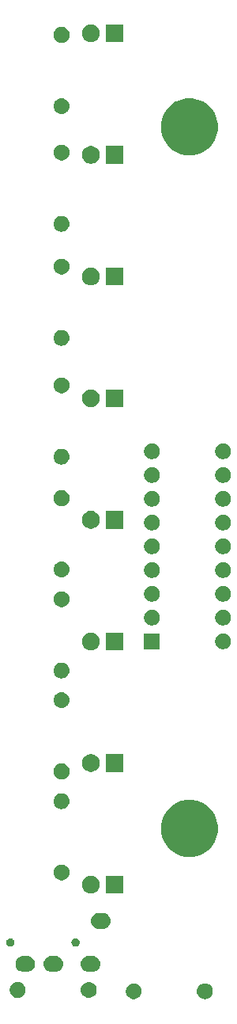
<source format=gbs>
G04 #@! TF.GenerationSoftware,KiCad,Pcbnew,5.1.3-ffb9f22~84~ubuntu16.04.1*
G04 #@! TF.CreationDate,2019-07-25T12:18:42-04:00*
G04 #@! TF.ProjectId,lightbox_pcb,6c696768-7462-46f7-985f-7063622e6b69,rev?*
G04 #@! TF.SameCoordinates,Original*
G04 #@! TF.FileFunction,Soldermask,Bot*
G04 #@! TF.FilePolarity,Negative*
%FSLAX46Y46*%
G04 Gerber Fmt 4.6, Leading zero omitted, Abs format (unit mm)*
G04 Created by KiCad (PCBNEW 5.1.3-ffb9f22~84~ubuntu16.04.1) date 2019-07-25 12:18:42*
%MOMM*%
%LPD*%
G04 APERTURE LIST*
%ADD10C,0.100000*%
G04 APERTURE END LIST*
D10*
G36*
X161837823Y-151561313D02*
G01*
X161998242Y-151609976D01*
X162065361Y-151645852D01*
X162146078Y-151688996D01*
X162275659Y-151795341D01*
X162382004Y-151924922D01*
X162382005Y-151924924D01*
X162461024Y-152072758D01*
X162509687Y-152233177D01*
X162526117Y-152400000D01*
X162509687Y-152566823D01*
X162461024Y-152727242D01*
X162420477Y-152803100D01*
X162382004Y-152875078D01*
X162275659Y-153004659D01*
X162146078Y-153111004D01*
X162146076Y-153111005D01*
X161998242Y-153190024D01*
X161837823Y-153238687D01*
X161712804Y-153251000D01*
X161629196Y-153251000D01*
X161504177Y-153238687D01*
X161343758Y-153190024D01*
X161195924Y-153111005D01*
X161195922Y-153111004D01*
X161066341Y-153004659D01*
X160959996Y-152875078D01*
X160921523Y-152803100D01*
X160880976Y-152727242D01*
X160832313Y-152566823D01*
X160815883Y-152400000D01*
X160832313Y-152233177D01*
X160880976Y-152072758D01*
X160959995Y-151924924D01*
X160959996Y-151924922D01*
X161066341Y-151795341D01*
X161195922Y-151688996D01*
X161276639Y-151645852D01*
X161343758Y-151609976D01*
X161504177Y-151561313D01*
X161629196Y-151549000D01*
X161712804Y-151549000D01*
X161837823Y-151561313D01*
X161837823Y-151561313D01*
G37*
G36*
X154299228Y-151581703D02*
G01*
X154454100Y-151645853D01*
X154593481Y-151738985D01*
X154712015Y-151857519D01*
X154805147Y-151996900D01*
X154869297Y-152151772D01*
X154902000Y-152316184D01*
X154902000Y-152483816D01*
X154869297Y-152648228D01*
X154805147Y-152803100D01*
X154712015Y-152942481D01*
X154593481Y-153061015D01*
X154454100Y-153154147D01*
X154299228Y-153218297D01*
X154134816Y-153251000D01*
X153967184Y-153251000D01*
X153802772Y-153218297D01*
X153647900Y-153154147D01*
X153508519Y-153061015D01*
X153389985Y-152942481D01*
X153296853Y-152803100D01*
X153232703Y-152648228D01*
X153200000Y-152483816D01*
X153200000Y-152316184D01*
X153232703Y-152151772D01*
X153296853Y-151996900D01*
X153389985Y-151857519D01*
X153508519Y-151738985D01*
X153647900Y-151645853D01*
X153802772Y-151581703D01*
X153967184Y-151549000D01*
X154134816Y-151549000D01*
X154299228Y-151581703D01*
X154299228Y-151581703D01*
G37*
G36*
X149391823Y-151434313D02*
G01*
X149552242Y-151482976D01*
X149619361Y-151518852D01*
X149700078Y-151561996D01*
X149829659Y-151668341D01*
X149936004Y-151797922D01*
X149936005Y-151797924D01*
X150015024Y-151945758D01*
X150063687Y-152106177D01*
X150080117Y-152273000D01*
X150063687Y-152439823D01*
X150015024Y-152600242D01*
X149974477Y-152676100D01*
X149936004Y-152748078D01*
X149829659Y-152877659D01*
X149700078Y-152984004D01*
X149700076Y-152984005D01*
X149552242Y-153063024D01*
X149391823Y-153111687D01*
X149266804Y-153124000D01*
X149183196Y-153124000D01*
X149058177Y-153111687D01*
X148897758Y-153063024D01*
X148749924Y-152984005D01*
X148749922Y-152984004D01*
X148620341Y-152877659D01*
X148513996Y-152748078D01*
X148475523Y-152676100D01*
X148434976Y-152600242D01*
X148386313Y-152439823D01*
X148369883Y-152273000D01*
X148386313Y-152106177D01*
X148434976Y-151945758D01*
X148513995Y-151797924D01*
X148513996Y-151797922D01*
X148620341Y-151668341D01*
X148749922Y-151561996D01*
X148830639Y-151518852D01*
X148897758Y-151482976D01*
X149058177Y-151434313D01*
X149183196Y-151422000D01*
X149266804Y-151422000D01*
X149391823Y-151434313D01*
X149391823Y-151434313D01*
G37*
G36*
X141853228Y-151454703D02*
G01*
X142008100Y-151518853D01*
X142147481Y-151611985D01*
X142266015Y-151730519D01*
X142359147Y-151869900D01*
X142423297Y-152024772D01*
X142456000Y-152189184D01*
X142456000Y-152356816D01*
X142423297Y-152521228D01*
X142359147Y-152676100D01*
X142266015Y-152815481D01*
X142147481Y-152934015D01*
X142008100Y-153027147D01*
X141853228Y-153091297D01*
X141688816Y-153124000D01*
X141521184Y-153124000D01*
X141356772Y-153091297D01*
X141201900Y-153027147D01*
X141062519Y-152934015D01*
X140943985Y-152815481D01*
X140850853Y-152676100D01*
X140786703Y-152521228D01*
X140754000Y-152356816D01*
X140754000Y-152189184D01*
X140786703Y-152024772D01*
X140850853Y-151869900D01*
X140943985Y-151730519D01*
X141062519Y-151611985D01*
X141201900Y-151518853D01*
X141356772Y-151454703D01*
X141521184Y-151422000D01*
X141688816Y-151422000D01*
X141853228Y-151454703D01*
X141853228Y-151454703D01*
G37*
G36*
X149783823Y-148646313D02*
G01*
X149944242Y-148694976D01*
X150076906Y-148765886D01*
X150092078Y-148773996D01*
X150221659Y-148880341D01*
X150328004Y-149009922D01*
X150328005Y-149009924D01*
X150407024Y-149157758D01*
X150455687Y-149318177D01*
X150472117Y-149485000D01*
X150455687Y-149651823D01*
X150407024Y-149812242D01*
X150336114Y-149944906D01*
X150328004Y-149960078D01*
X150221659Y-150089659D01*
X150092078Y-150196004D01*
X150092076Y-150196005D01*
X149944242Y-150275024D01*
X149783823Y-150323687D01*
X149658804Y-150336000D01*
X149175196Y-150336000D01*
X149050177Y-150323687D01*
X148889758Y-150275024D01*
X148741924Y-150196005D01*
X148741922Y-150196004D01*
X148612341Y-150089659D01*
X148505996Y-149960078D01*
X148497886Y-149944906D01*
X148426976Y-149812242D01*
X148378313Y-149651823D01*
X148361883Y-149485000D01*
X148378313Y-149318177D01*
X148426976Y-149157758D01*
X148505995Y-149009924D01*
X148505996Y-149009922D01*
X148612341Y-148880341D01*
X148741922Y-148773996D01*
X148757094Y-148765886D01*
X148889758Y-148694976D01*
X149050177Y-148646313D01*
X149175196Y-148634000D01*
X149658804Y-148634000D01*
X149783823Y-148646313D01*
X149783823Y-148646313D01*
G37*
G36*
X145783823Y-148646313D02*
G01*
X145944242Y-148694976D01*
X146076906Y-148765886D01*
X146092078Y-148773996D01*
X146221659Y-148880341D01*
X146328004Y-149009922D01*
X146328005Y-149009924D01*
X146407024Y-149157758D01*
X146455687Y-149318177D01*
X146472117Y-149485000D01*
X146455687Y-149651823D01*
X146407024Y-149812242D01*
X146336114Y-149944906D01*
X146328004Y-149960078D01*
X146221659Y-150089659D01*
X146092078Y-150196004D01*
X146092076Y-150196005D01*
X145944242Y-150275024D01*
X145783823Y-150323687D01*
X145658804Y-150336000D01*
X145175196Y-150336000D01*
X145050177Y-150323687D01*
X144889758Y-150275024D01*
X144741924Y-150196005D01*
X144741922Y-150196004D01*
X144612341Y-150089659D01*
X144505996Y-149960078D01*
X144497886Y-149944906D01*
X144426976Y-149812242D01*
X144378313Y-149651823D01*
X144361883Y-149485000D01*
X144378313Y-149318177D01*
X144426976Y-149157758D01*
X144505995Y-149009924D01*
X144505996Y-149009922D01*
X144612341Y-148880341D01*
X144741922Y-148773996D01*
X144757094Y-148765886D01*
X144889758Y-148694976D01*
X145050177Y-148646313D01*
X145175196Y-148634000D01*
X145658804Y-148634000D01*
X145783823Y-148646313D01*
X145783823Y-148646313D01*
G37*
G36*
X142783823Y-148646313D02*
G01*
X142944242Y-148694976D01*
X143076906Y-148765886D01*
X143092078Y-148773996D01*
X143221659Y-148880341D01*
X143328004Y-149009922D01*
X143328005Y-149009924D01*
X143407024Y-149157758D01*
X143455687Y-149318177D01*
X143472117Y-149485000D01*
X143455687Y-149651823D01*
X143407024Y-149812242D01*
X143336114Y-149944906D01*
X143328004Y-149960078D01*
X143221659Y-150089659D01*
X143092078Y-150196004D01*
X143092076Y-150196005D01*
X142944242Y-150275024D01*
X142783823Y-150323687D01*
X142658804Y-150336000D01*
X142175196Y-150336000D01*
X142050177Y-150323687D01*
X141889758Y-150275024D01*
X141741924Y-150196005D01*
X141741922Y-150196004D01*
X141612341Y-150089659D01*
X141505996Y-149960078D01*
X141497886Y-149944906D01*
X141426976Y-149812242D01*
X141378313Y-149651823D01*
X141361883Y-149485000D01*
X141378313Y-149318177D01*
X141426976Y-149157758D01*
X141505995Y-149009924D01*
X141505996Y-149009922D01*
X141612341Y-148880341D01*
X141741922Y-148773996D01*
X141757094Y-148765886D01*
X141889758Y-148694976D01*
X142050177Y-148646313D01*
X142175196Y-148634000D01*
X142658804Y-148634000D01*
X142783823Y-148646313D01*
X142783823Y-148646313D01*
G37*
G36*
X147948552Y-146751331D02*
G01*
X148030627Y-146785328D01*
X148030629Y-146785329D01*
X148067813Y-146810175D01*
X148104495Y-146834685D01*
X148167315Y-146897505D01*
X148216672Y-146971373D01*
X148250669Y-147053448D01*
X148268000Y-147140579D01*
X148268000Y-147229421D01*
X148250669Y-147316552D01*
X148216672Y-147398627D01*
X148216671Y-147398629D01*
X148167314Y-147472496D01*
X148104496Y-147535314D01*
X148030629Y-147584671D01*
X148030628Y-147584672D01*
X148030627Y-147584672D01*
X147948552Y-147618669D01*
X147861421Y-147636000D01*
X147772579Y-147636000D01*
X147685448Y-147618669D01*
X147603373Y-147584672D01*
X147603372Y-147584672D01*
X147603371Y-147584671D01*
X147529504Y-147535314D01*
X147466686Y-147472496D01*
X147417329Y-147398629D01*
X147417328Y-147398627D01*
X147383331Y-147316552D01*
X147366000Y-147229421D01*
X147366000Y-147140579D01*
X147383331Y-147053448D01*
X147417328Y-146971373D01*
X147466685Y-146897505D01*
X147529505Y-146834685D01*
X147566187Y-146810175D01*
X147603371Y-146785329D01*
X147603373Y-146785328D01*
X147685448Y-146751331D01*
X147772579Y-146734000D01*
X147861421Y-146734000D01*
X147948552Y-146751331D01*
X147948552Y-146751331D01*
G37*
G36*
X140948552Y-146751331D02*
G01*
X141030627Y-146785328D01*
X141030629Y-146785329D01*
X141067813Y-146810175D01*
X141104495Y-146834685D01*
X141167315Y-146897505D01*
X141216672Y-146971373D01*
X141250669Y-147053448D01*
X141268000Y-147140579D01*
X141268000Y-147229421D01*
X141250669Y-147316552D01*
X141216672Y-147398627D01*
X141216671Y-147398629D01*
X141167314Y-147472496D01*
X141104496Y-147535314D01*
X141030629Y-147584671D01*
X141030628Y-147584672D01*
X141030627Y-147584672D01*
X140948552Y-147618669D01*
X140861421Y-147636000D01*
X140772579Y-147636000D01*
X140685448Y-147618669D01*
X140603373Y-147584672D01*
X140603372Y-147584672D01*
X140603371Y-147584671D01*
X140529504Y-147535314D01*
X140466686Y-147472496D01*
X140417329Y-147398629D01*
X140417328Y-147398627D01*
X140383331Y-147316552D01*
X140366000Y-147229421D01*
X140366000Y-147140579D01*
X140383331Y-147053448D01*
X140417328Y-146971373D01*
X140466685Y-146897505D01*
X140529505Y-146834685D01*
X140566187Y-146810175D01*
X140603371Y-146785329D01*
X140603373Y-146785328D01*
X140685448Y-146751331D01*
X140772579Y-146734000D01*
X140861421Y-146734000D01*
X140948552Y-146751331D01*
X140948552Y-146751331D01*
G37*
G36*
X150883823Y-144046313D02*
G01*
X151044242Y-144094976D01*
X151176906Y-144165886D01*
X151192078Y-144173996D01*
X151321659Y-144280341D01*
X151428004Y-144409922D01*
X151428005Y-144409924D01*
X151507024Y-144557758D01*
X151555687Y-144718177D01*
X151572117Y-144885000D01*
X151555687Y-145051823D01*
X151507024Y-145212242D01*
X151436114Y-145344906D01*
X151428004Y-145360078D01*
X151321659Y-145489659D01*
X151192078Y-145596004D01*
X151192076Y-145596005D01*
X151044242Y-145675024D01*
X150883823Y-145723687D01*
X150758804Y-145736000D01*
X150275196Y-145736000D01*
X150150177Y-145723687D01*
X149989758Y-145675024D01*
X149841924Y-145596005D01*
X149841922Y-145596004D01*
X149712341Y-145489659D01*
X149605996Y-145360078D01*
X149597886Y-145344906D01*
X149526976Y-145212242D01*
X149478313Y-145051823D01*
X149461883Y-144885000D01*
X149478313Y-144718177D01*
X149526976Y-144557758D01*
X149605995Y-144409924D01*
X149605996Y-144409922D01*
X149712341Y-144280341D01*
X149841922Y-144173996D01*
X149857094Y-144165886D01*
X149989758Y-144094976D01*
X150150177Y-144046313D01*
X150275196Y-144034000D01*
X150758804Y-144034000D01*
X150883823Y-144046313D01*
X150883823Y-144046313D01*
G37*
G36*
X152951000Y-141951000D02*
G01*
X151049000Y-141951000D01*
X151049000Y-140049000D01*
X152951000Y-140049000D01*
X152951000Y-141951000D01*
X152951000Y-141951000D01*
G37*
G36*
X149737395Y-140085546D02*
G01*
X149910466Y-140157234D01*
X149910467Y-140157235D01*
X150066227Y-140261310D01*
X150198690Y-140393773D01*
X150198691Y-140393775D01*
X150302766Y-140549534D01*
X150374454Y-140722605D01*
X150411000Y-140906333D01*
X150411000Y-141093667D01*
X150374454Y-141277395D01*
X150302766Y-141450466D01*
X150302765Y-141450467D01*
X150198690Y-141606227D01*
X150066227Y-141738690D01*
X149987818Y-141791081D01*
X149910466Y-141842766D01*
X149737395Y-141914454D01*
X149553667Y-141951000D01*
X149366333Y-141951000D01*
X149182605Y-141914454D01*
X149009534Y-141842766D01*
X148932182Y-141791081D01*
X148853773Y-141738690D01*
X148721310Y-141606227D01*
X148617235Y-141450467D01*
X148617234Y-141450466D01*
X148545546Y-141277395D01*
X148509000Y-141093667D01*
X148509000Y-140906333D01*
X148545546Y-140722605D01*
X148617234Y-140549534D01*
X148721309Y-140393775D01*
X148721310Y-140393773D01*
X148853773Y-140261310D01*
X149009533Y-140157235D01*
X149009534Y-140157234D01*
X149182605Y-140085546D01*
X149366333Y-140049000D01*
X149553667Y-140049000D01*
X149737395Y-140085546D01*
X149737395Y-140085546D01*
G37*
G36*
X146552228Y-138881703D02*
G01*
X146707100Y-138945853D01*
X146846481Y-139038985D01*
X146965015Y-139157519D01*
X147058147Y-139296900D01*
X147122297Y-139451772D01*
X147155000Y-139616184D01*
X147155000Y-139783816D01*
X147122297Y-139948228D01*
X147058147Y-140103100D01*
X146965015Y-140242481D01*
X146846481Y-140361015D01*
X146707100Y-140454147D01*
X146552228Y-140518297D01*
X146387816Y-140551000D01*
X146220184Y-140551000D01*
X146055772Y-140518297D01*
X145900900Y-140454147D01*
X145761519Y-140361015D01*
X145642985Y-140242481D01*
X145549853Y-140103100D01*
X145485703Y-139948228D01*
X145453000Y-139783816D01*
X145453000Y-139616184D01*
X145485703Y-139451772D01*
X145549853Y-139296900D01*
X145642985Y-139157519D01*
X145761519Y-139038985D01*
X145900900Y-138945853D01*
X146055772Y-138881703D01*
X146220184Y-138849000D01*
X146387816Y-138849000D01*
X146552228Y-138881703D01*
X146552228Y-138881703D01*
G37*
G36*
X160889943Y-132066248D02*
G01*
X161445189Y-132296238D01*
X161445190Y-132296239D01*
X161944899Y-132630134D01*
X162369866Y-133055101D01*
X162369867Y-133055103D01*
X162703762Y-133554811D01*
X162933752Y-134110057D01*
X163051000Y-134699501D01*
X163051000Y-135300499D01*
X162933752Y-135889943D01*
X162703762Y-136445189D01*
X162703761Y-136445190D01*
X162369866Y-136944899D01*
X161944899Y-137369866D01*
X161693347Y-137537948D01*
X161445189Y-137703762D01*
X160889943Y-137933752D01*
X160300499Y-138051000D01*
X159699501Y-138051000D01*
X159110057Y-137933752D01*
X158554811Y-137703762D01*
X158306653Y-137537948D01*
X158055101Y-137369866D01*
X157630134Y-136944899D01*
X157296239Y-136445190D01*
X157296238Y-136445189D01*
X157066248Y-135889943D01*
X156949000Y-135300499D01*
X156949000Y-134699501D01*
X157066248Y-134110057D01*
X157296238Y-133554811D01*
X157630133Y-133055103D01*
X157630134Y-133055101D01*
X158055101Y-132630134D01*
X158554810Y-132296239D01*
X158554811Y-132296238D01*
X159110057Y-132066248D01*
X159699501Y-131949000D01*
X160300499Y-131949000D01*
X160889943Y-132066248D01*
X160889943Y-132066248D01*
G37*
G36*
X146470823Y-131241313D02*
G01*
X146631242Y-131289976D01*
X146763906Y-131360886D01*
X146779078Y-131368996D01*
X146908659Y-131475341D01*
X147015004Y-131604922D01*
X147015005Y-131604924D01*
X147094024Y-131752758D01*
X147142687Y-131913177D01*
X147159117Y-132080000D01*
X147142687Y-132246823D01*
X147094024Y-132407242D01*
X147023114Y-132539906D01*
X147015004Y-132555078D01*
X146908659Y-132684659D01*
X146779078Y-132791004D01*
X146779076Y-132791005D01*
X146631242Y-132870024D01*
X146470823Y-132918687D01*
X146345804Y-132931000D01*
X146262196Y-132931000D01*
X146137177Y-132918687D01*
X145976758Y-132870024D01*
X145828924Y-132791005D01*
X145828922Y-132791004D01*
X145699341Y-132684659D01*
X145592996Y-132555078D01*
X145584886Y-132539906D01*
X145513976Y-132407242D01*
X145465313Y-132246823D01*
X145448883Y-132080000D01*
X145465313Y-131913177D01*
X145513976Y-131752758D01*
X145592995Y-131604924D01*
X145592996Y-131604922D01*
X145699341Y-131475341D01*
X145828922Y-131368996D01*
X145844094Y-131360886D01*
X145976758Y-131289976D01*
X146137177Y-131241313D01*
X146262196Y-131229000D01*
X146345804Y-131229000D01*
X146470823Y-131241313D01*
X146470823Y-131241313D01*
G37*
G36*
X146552228Y-128086703D02*
G01*
X146707100Y-128150853D01*
X146846481Y-128243985D01*
X146965015Y-128362519D01*
X147058147Y-128501900D01*
X147122297Y-128656772D01*
X147155000Y-128821184D01*
X147155000Y-128988816D01*
X147122297Y-129153228D01*
X147058147Y-129308100D01*
X146965015Y-129447481D01*
X146846481Y-129566015D01*
X146707100Y-129659147D01*
X146552228Y-129723297D01*
X146387816Y-129756000D01*
X146220184Y-129756000D01*
X146055772Y-129723297D01*
X145900900Y-129659147D01*
X145761519Y-129566015D01*
X145642985Y-129447481D01*
X145549853Y-129308100D01*
X145485703Y-129153228D01*
X145453000Y-128988816D01*
X145453000Y-128821184D01*
X145485703Y-128656772D01*
X145549853Y-128501900D01*
X145642985Y-128362519D01*
X145761519Y-128243985D01*
X145900900Y-128150853D01*
X146055772Y-128086703D01*
X146220184Y-128054000D01*
X146387816Y-128054000D01*
X146552228Y-128086703D01*
X146552228Y-128086703D01*
G37*
G36*
X149737395Y-127085546D02*
G01*
X149910466Y-127157234D01*
X149910467Y-127157235D01*
X150066227Y-127261310D01*
X150198690Y-127393773D01*
X150198691Y-127393775D01*
X150302766Y-127549534D01*
X150374454Y-127722605D01*
X150411000Y-127906333D01*
X150411000Y-128093667D01*
X150374454Y-128277395D01*
X150302766Y-128450466D01*
X150302765Y-128450467D01*
X150198690Y-128606227D01*
X150066227Y-128738690D01*
X149987818Y-128791081D01*
X149910466Y-128842766D01*
X149737395Y-128914454D01*
X149553667Y-128951000D01*
X149366333Y-128951000D01*
X149182605Y-128914454D01*
X149009534Y-128842766D01*
X148932182Y-128791081D01*
X148853773Y-128738690D01*
X148721310Y-128606227D01*
X148617235Y-128450467D01*
X148617234Y-128450466D01*
X148545546Y-128277395D01*
X148509000Y-128093667D01*
X148509000Y-127906333D01*
X148545546Y-127722605D01*
X148617234Y-127549534D01*
X148721309Y-127393775D01*
X148721310Y-127393773D01*
X148853773Y-127261310D01*
X149009533Y-127157235D01*
X149009534Y-127157234D01*
X149182605Y-127085546D01*
X149366333Y-127049000D01*
X149553667Y-127049000D01*
X149737395Y-127085546D01*
X149737395Y-127085546D01*
G37*
G36*
X152951000Y-128951000D02*
G01*
X151049000Y-128951000D01*
X151049000Y-127049000D01*
X152951000Y-127049000D01*
X152951000Y-128951000D01*
X152951000Y-128951000D01*
G37*
G36*
X146470823Y-120446313D02*
G01*
X146631242Y-120494976D01*
X146763906Y-120565886D01*
X146779078Y-120573996D01*
X146908659Y-120680341D01*
X147015004Y-120809922D01*
X147015005Y-120809924D01*
X147094024Y-120957758D01*
X147142687Y-121118177D01*
X147159117Y-121285000D01*
X147142687Y-121451823D01*
X147094024Y-121612242D01*
X147023114Y-121744906D01*
X147015004Y-121760078D01*
X146908659Y-121889659D01*
X146779078Y-121996004D01*
X146779076Y-121996005D01*
X146631242Y-122075024D01*
X146470823Y-122123687D01*
X146345804Y-122136000D01*
X146262196Y-122136000D01*
X146137177Y-122123687D01*
X145976758Y-122075024D01*
X145828924Y-121996005D01*
X145828922Y-121996004D01*
X145699341Y-121889659D01*
X145592996Y-121760078D01*
X145584886Y-121744906D01*
X145513976Y-121612242D01*
X145465313Y-121451823D01*
X145448883Y-121285000D01*
X145465313Y-121118177D01*
X145513976Y-120957758D01*
X145592995Y-120809924D01*
X145592996Y-120809922D01*
X145699341Y-120680341D01*
X145828922Y-120573996D01*
X145844094Y-120565886D01*
X145976758Y-120494976D01*
X146137177Y-120446313D01*
X146262196Y-120434000D01*
X146345804Y-120434000D01*
X146470823Y-120446313D01*
X146470823Y-120446313D01*
G37*
G36*
X146470823Y-117271313D02*
G01*
X146631242Y-117319976D01*
X146763906Y-117390886D01*
X146779078Y-117398996D01*
X146908659Y-117505341D01*
X147015004Y-117634922D01*
X147015005Y-117634924D01*
X147094024Y-117782758D01*
X147142687Y-117943177D01*
X147159117Y-118110000D01*
X147142687Y-118276823D01*
X147094024Y-118437242D01*
X147023114Y-118569906D01*
X147015004Y-118585078D01*
X146908659Y-118714659D01*
X146779078Y-118821004D01*
X146779076Y-118821005D01*
X146631242Y-118900024D01*
X146470823Y-118948687D01*
X146345804Y-118961000D01*
X146262196Y-118961000D01*
X146137177Y-118948687D01*
X145976758Y-118900024D01*
X145828924Y-118821005D01*
X145828922Y-118821004D01*
X145699341Y-118714659D01*
X145592996Y-118585078D01*
X145584886Y-118569906D01*
X145513976Y-118437242D01*
X145465313Y-118276823D01*
X145448883Y-118110000D01*
X145465313Y-117943177D01*
X145513976Y-117782758D01*
X145592995Y-117634924D01*
X145592996Y-117634922D01*
X145699341Y-117505341D01*
X145828922Y-117398996D01*
X145844094Y-117390886D01*
X145976758Y-117319976D01*
X146137177Y-117271313D01*
X146262196Y-117259000D01*
X146345804Y-117259000D01*
X146470823Y-117271313D01*
X146470823Y-117271313D01*
G37*
G36*
X152951000Y-115951000D02*
G01*
X151049000Y-115951000D01*
X151049000Y-114049000D01*
X152951000Y-114049000D01*
X152951000Y-115951000D01*
X152951000Y-115951000D01*
G37*
G36*
X149737395Y-114085546D02*
G01*
X149910466Y-114157234D01*
X149910467Y-114157235D01*
X150066227Y-114261310D01*
X150198690Y-114393773D01*
X150241284Y-114457520D01*
X150302766Y-114549534D01*
X150374454Y-114722605D01*
X150411000Y-114906333D01*
X150411000Y-115093667D01*
X150374454Y-115277395D01*
X150302766Y-115450466D01*
X150302765Y-115450467D01*
X150198690Y-115606227D01*
X150066227Y-115738690D01*
X150043092Y-115754148D01*
X149910466Y-115842766D01*
X149737395Y-115914454D01*
X149553667Y-115951000D01*
X149366333Y-115951000D01*
X149182605Y-115914454D01*
X149009534Y-115842766D01*
X148876908Y-115754148D01*
X148853773Y-115738690D01*
X148721310Y-115606227D01*
X148617235Y-115450467D01*
X148617234Y-115450466D01*
X148545546Y-115277395D01*
X148509000Y-115093667D01*
X148509000Y-114906333D01*
X148545546Y-114722605D01*
X148617234Y-114549534D01*
X148678716Y-114457520D01*
X148721310Y-114393773D01*
X148853773Y-114261310D01*
X149009533Y-114157235D01*
X149009534Y-114157234D01*
X149182605Y-114085546D01*
X149366333Y-114049000D01*
X149553667Y-114049000D01*
X149737395Y-114085546D01*
X149737395Y-114085546D01*
G37*
G36*
X163868228Y-114181703D02*
G01*
X164023100Y-114245853D01*
X164162481Y-114338985D01*
X164281015Y-114457519D01*
X164374147Y-114596900D01*
X164438297Y-114751772D01*
X164471000Y-114916184D01*
X164471000Y-115083816D01*
X164438297Y-115248228D01*
X164374147Y-115403100D01*
X164281015Y-115542481D01*
X164162481Y-115661015D01*
X164023100Y-115754147D01*
X163868228Y-115818297D01*
X163703816Y-115851000D01*
X163536184Y-115851000D01*
X163371772Y-115818297D01*
X163216900Y-115754147D01*
X163077519Y-115661015D01*
X162958985Y-115542481D01*
X162865853Y-115403100D01*
X162801703Y-115248228D01*
X162769000Y-115083816D01*
X162769000Y-114916184D01*
X162801703Y-114751772D01*
X162865853Y-114596900D01*
X162958985Y-114457519D01*
X163077519Y-114338985D01*
X163216900Y-114245853D01*
X163371772Y-114181703D01*
X163536184Y-114149000D01*
X163703816Y-114149000D01*
X163868228Y-114181703D01*
X163868228Y-114181703D01*
G37*
G36*
X156851000Y-115851000D02*
G01*
X155149000Y-115851000D01*
X155149000Y-114149000D01*
X156851000Y-114149000D01*
X156851000Y-115851000D01*
X156851000Y-115851000D01*
G37*
G36*
X163868228Y-111641703D02*
G01*
X164023100Y-111705853D01*
X164162481Y-111798985D01*
X164281015Y-111917519D01*
X164374147Y-112056900D01*
X164438297Y-112211772D01*
X164471000Y-112376184D01*
X164471000Y-112543816D01*
X164438297Y-112708228D01*
X164374147Y-112863100D01*
X164281015Y-113002481D01*
X164162481Y-113121015D01*
X164023100Y-113214147D01*
X163868228Y-113278297D01*
X163703816Y-113311000D01*
X163536184Y-113311000D01*
X163371772Y-113278297D01*
X163216900Y-113214147D01*
X163077519Y-113121015D01*
X162958985Y-113002481D01*
X162865853Y-112863100D01*
X162801703Y-112708228D01*
X162769000Y-112543816D01*
X162769000Y-112376184D01*
X162801703Y-112211772D01*
X162865853Y-112056900D01*
X162958985Y-111917519D01*
X163077519Y-111798985D01*
X163216900Y-111705853D01*
X163371772Y-111641703D01*
X163536184Y-111609000D01*
X163703816Y-111609000D01*
X163868228Y-111641703D01*
X163868228Y-111641703D01*
G37*
G36*
X156248228Y-111641703D02*
G01*
X156403100Y-111705853D01*
X156542481Y-111798985D01*
X156661015Y-111917519D01*
X156754147Y-112056900D01*
X156818297Y-112211772D01*
X156851000Y-112376184D01*
X156851000Y-112543816D01*
X156818297Y-112708228D01*
X156754147Y-112863100D01*
X156661015Y-113002481D01*
X156542481Y-113121015D01*
X156403100Y-113214147D01*
X156248228Y-113278297D01*
X156083816Y-113311000D01*
X155916184Y-113311000D01*
X155751772Y-113278297D01*
X155596900Y-113214147D01*
X155457519Y-113121015D01*
X155338985Y-113002481D01*
X155245853Y-112863100D01*
X155181703Y-112708228D01*
X155149000Y-112543816D01*
X155149000Y-112376184D01*
X155181703Y-112211772D01*
X155245853Y-112056900D01*
X155338985Y-111917519D01*
X155457519Y-111798985D01*
X155596900Y-111705853D01*
X155751772Y-111641703D01*
X155916184Y-111609000D01*
X156083816Y-111609000D01*
X156248228Y-111641703D01*
X156248228Y-111641703D01*
G37*
G36*
X146552228Y-109671703D02*
G01*
X146707100Y-109735853D01*
X146846481Y-109828985D01*
X146965015Y-109947519D01*
X147058147Y-110086900D01*
X147122297Y-110241772D01*
X147155000Y-110406184D01*
X147155000Y-110573816D01*
X147122297Y-110738228D01*
X147058147Y-110893100D01*
X146965015Y-111032481D01*
X146846481Y-111151015D01*
X146707100Y-111244147D01*
X146552228Y-111308297D01*
X146387816Y-111341000D01*
X146220184Y-111341000D01*
X146055772Y-111308297D01*
X145900900Y-111244147D01*
X145761519Y-111151015D01*
X145642985Y-111032481D01*
X145549853Y-110893100D01*
X145485703Y-110738228D01*
X145453000Y-110573816D01*
X145453000Y-110406184D01*
X145485703Y-110241772D01*
X145549853Y-110086900D01*
X145642985Y-109947519D01*
X145761519Y-109828985D01*
X145900900Y-109735853D01*
X146055772Y-109671703D01*
X146220184Y-109639000D01*
X146387816Y-109639000D01*
X146552228Y-109671703D01*
X146552228Y-109671703D01*
G37*
G36*
X156248228Y-109101703D02*
G01*
X156403100Y-109165853D01*
X156542481Y-109258985D01*
X156661015Y-109377519D01*
X156754147Y-109516900D01*
X156818297Y-109671772D01*
X156851000Y-109836184D01*
X156851000Y-110003816D01*
X156818297Y-110168228D01*
X156754147Y-110323100D01*
X156661015Y-110462481D01*
X156542481Y-110581015D01*
X156403100Y-110674147D01*
X156248228Y-110738297D01*
X156083816Y-110771000D01*
X155916184Y-110771000D01*
X155751772Y-110738297D01*
X155596900Y-110674147D01*
X155457519Y-110581015D01*
X155338985Y-110462481D01*
X155245853Y-110323100D01*
X155181703Y-110168228D01*
X155149000Y-110003816D01*
X155149000Y-109836184D01*
X155181703Y-109671772D01*
X155245853Y-109516900D01*
X155338985Y-109377519D01*
X155457519Y-109258985D01*
X155596900Y-109165853D01*
X155751772Y-109101703D01*
X155916184Y-109069000D01*
X156083816Y-109069000D01*
X156248228Y-109101703D01*
X156248228Y-109101703D01*
G37*
G36*
X163868228Y-109101703D02*
G01*
X164023100Y-109165853D01*
X164162481Y-109258985D01*
X164281015Y-109377519D01*
X164374147Y-109516900D01*
X164438297Y-109671772D01*
X164471000Y-109836184D01*
X164471000Y-110003816D01*
X164438297Y-110168228D01*
X164374147Y-110323100D01*
X164281015Y-110462481D01*
X164162481Y-110581015D01*
X164023100Y-110674147D01*
X163868228Y-110738297D01*
X163703816Y-110771000D01*
X163536184Y-110771000D01*
X163371772Y-110738297D01*
X163216900Y-110674147D01*
X163077519Y-110581015D01*
X162958985Y-110462481D01*
X162865853Y-110323100D01*
X162801703Y-110168228D01*
X162769000Y-110003816D01*
X162769000Y-109836184D01*
X162801703Y-109671772D01*
X162865853Y-109516900D01*
X162958985Y-109377519D01*
X163077519Y-109258985D01*
X163216900Y-109165853D01*
X163371772Y-109101703D01*
X163536184Y-109069000D01*
X163703816Y-109069000D01*
X163868228Y-109101703D01*
X163868228Y-109101703D01*
G37*
G36*
X156248228Y-106561703D02*
G01*
X156403100Y-106625853D01*
X156542481Y-106718985D01*
X156661015Y-106837519D01*
X156754147Y-106976900D01*
X156818297Y-107131772D01*
X156851000Y-107296184D01*
X156851000Y-107463816D01*
X156818297Y-107628228D01*
X156754147Y-107783100D01*
X156661015Y-107922481D01*
X156542481Y-108041015D01*
X156403100Y-108134147D01*
X156248228Y-108198297D01*
X156083816Y-108231000D01*
X155916184Y-108231000D01*
X155751772Y-108198297D01*
X155596900Y-108134147D01*
X155457519Y-108041015D01*
X155338985Y-107922481D01*
X155245853Y-107783100D01*
X155181703Y-107628228D01*
X155149000Y-107463816D01*
X155149000Y-107296184D01*
X155181703Y-107131772D01*
X155245853Y-106976900D01*
X155338985Y-106837519D01*
X155457519Y-106718985D01*
X155596900Y-106625853D01*
X155751772Y-106561703D01*
X155916184Y-106529000D01*
X156083816Y-106529000D01*
X156248228Y-106561703D01*
X156248228Y-106561703D01*
G37*
G36*
X163868228Y-106561703D02*
G01*
X164023100Y-106625853D01*
X164162481Y-106718985D01*
X164281015Y-106837519D01*
X164374147Y-106976900D01*
X164438297Y-107131772D01*
X164471000Y-107296184D01*
X164471000Y-107463816D01*
X164438297Y-107628228D01*
X164374147Y-107783100D01*
X164281015Y-107922481D01*
X164162481Y-108041015D01*
X164023100Y-108134147D01*
X163868228Y-108198297D01*
X163703816Y-108231000D01*
X163536184Y-108231000D01*
X163371772Y-108198297D01*
X163216900Y-108134147D01*
X163077519Y-108041015D01*
X162958985Y-107922481D01*
X162865853Y-107783100D01*
X162801703Y-107628228D01*
X162769000Y-107463816D01*
X162769000Y-107296184D01*
X162801703Y-107131772D01*
X162865853Y-106976900D01*
X162958985Y-106837519D01*
X163077519Y-106718985D01*
X163216900Y-106625853D01*
X163371772Y-106561703D01*
X163536184Y-106529000D01*
X163703816Y-106529000D01*
X163868228Y-106561703D01*
X163868228Y-106561703D01*
G37*
G36*
X146470823Y-106476313D02*
G01*
X146631242Y-106524976D01*
X146699953Y-106561703D01*
X146779078Y-106603996D01*
X146908659Y-106710341D01*
X147015004Y-106839922D01*
X147015005Y-106839924D01*
X147094024Y-106987758D01*
X147142687Y-107148177D01*
X147159117Y-107315000D01*
X147142687Y-107481823D01*
X147094024Y-107642242D01*
X147023114Y-107774906D01*
X147015004Y-107790078D01*
X146908659Y-107919659D01*
X146779078Y-108026004D01*
X146779076Y-108026005D01*
X146631242Y-108105024D01*
X146470823Y-108153687D01*
X146345804Y-108166000D01*
X146262196Y-108166000D01*
X146137177Y-108153687D01*
X145976758Y-108105024D01*
X145828924Y-108026005D01*
X145828922Y-108026004D01*
X145699341Y-107919659D01*
X145592996Y-107790078D01*
X145584886Y-107774906D01*
X145513976Y-107642242D01*
X145465313Y-107481823D01*
X145448883Y-107315000D01*
X145465313Y-107148177D01*
X145513976Y-106987758D01*
X145592995Y-106839924D01*
X145592996Y-106839922D01*
X145699341Y-106710341D01*
X145828922Y-106603996D01*
X145908047Y-106561703D01*
X145976758Y-106524976D01*
X146137177Y-106476313D01*
X146262196Y-106464000D01*
X146345804Y-106464000D01*
X146470823Y-106476313D01*
X146470823Y-106476313D01*
G37*
G36*
X163868228Y-104021703D02*
G01*
X164023100Y-104085853D01*
X164162481Y-104178985D01*
X164281015Y-104297519D01*
X164374147Y-104436900D01*
X164438297Y-104591772D01*
X164471000Y-104756184D01*
X164471000Y-104923816D01*
X164438297Y-105088228D01*
X164374147Y-105243100D01*
X164281015Y-105382481D01*
X164162481Y-105501015D01*
X164023100Y-105594147D01*
X163868228Y-105658297D01*
X163703816Y-105691000D01*
X163536184Y-105691000D01*
X163371772Y-105658297D01*
X163216900Y-105594147D01*
X163077519Y-105501015D01*
X162958985Y-105382481D01*
X162865853Y-105243100D01*
X162801703Y-105088228D01*
X162769000Y-104923816D01*
X162769000Y-104756184D01*
X162801703Y-104591772D01*
X162865853Y-104436900D01*
X162958985Y-104297519D01*
X163077519Y-104178985D01*
X163216900Y-104085853D01*
X163371772Y-104021703D01*
X163536184Y-103989000D01*
X163703816Y-103989000D01*
X163868228Y-104021703D01*
X163868228Y-104021703D01*
G37*
G36*
X156248228Y-104021703D02*
G01*
X156403100Y-104085853D01*
X156542481Y-104178985D01*
X156661015Y-104297519D01*
X156754147Y-104436900D01*
X156818297Y-104591772D01*
X156851000Y-104756184D01*
X156851000Y-104923816D01*
X156818297Y-105088228D01*
X156754147Y-105243100D01*
X156661015Y-105382481D01*
X156542481Y-105501015D01*
X156403100Y-105594147D01*
X156248228Y-105658297D01*
X156083816Y-105691000D01*
X155916184Y-105691000D01*
X155751772Y-105658297D01*
X155596900Y-105594147D01*
X155457519Y-105501015D01*
X155338985Y-105382481D01*
X155245853Y-105243100D01*
X155181703Y-105088228D01*
X155149000Y-104923816D01*
X155149000Y-104756184D01*
X155181703Y-104591772D01*
X155245853Y-104436900D01*
X155338985Y-104297519D01*
X155457519Y-104178985D01*
X155596900Y-104085853D01*
X155751772Y-104021703D01*
X155916184Y-103989000D01*
X156083816Y-103989000D01*
X156248228Y-104021703D01*
X156248228Y-104021703D01*
G37*
G36*
X156248228Y-101481703D02*
G01*
X156403100Y-101545853D01*
X156542481Y-101638985D01*
X156661015Y-101757519D01*
X156754147Y-101896900D01*
X156818297Y-102051772D01*
X156851000Y-102216184D01*
X156851000Y-102383816D01*
X156818297Y-102548228D01*
X156754147Y-102703100D01*
X156661015Y-102842481D01*
X156542481Y-102961015D01*
X156403100Y-103054147D01*
X156248228Y-103118297D01*
X156083816Y-103151000D01*
X155916184Y-103151000D01*
X155751772Y-103118297D01*
X155596900Y-103054147D01*
X155457519Y-102961015D01*
X155338985Y-102842481D01*
X155245853Y-102703100D01*
X155181703Y-102548228D01*
X155149000Y-102383816D01*
X155149000Y-102216184D01*
X155181703Y-102051772D01*
X155245853Y-101896900D01*
X155338985Y-101757519D01*
X155457519Y-101638985D01*
X155596900Y-101545853D01*
X155751772Y-101481703D01*
X155916184Y-101449000D01*
X156083816Y-101449000D01*
X156248228Y-101481703D01*
X156248228Y-101481703D01*
G37*
G36*
X163868228Y-101481703D02*
G01*
X164023100Y-101545853D01*
X164162481Y-101638985D01*
X164281015Y-101757519D01*
X164374147Y-101896900D01*
X164438297Y-102051772D01*
X164471000Y-102216184D01*
X164471000Y-102383816D01*
X164438297Y-102548228D01*
X164374147Y-102703100D01*
X164281015Y-102842481D01*
X164162481Y-102961015D01*
X164023100Y-103054147D01*
X163868228Y-103118297D01*
X163703816Y-103151000D01*
X163536184Y-103151000D01*
X163371772Y-103118297D01*
X163216900Y-103054147D01*
X163077519Y-102961015D01*
X162958985Y-102842481D01*
X162865853Y-102703100D01*
X162801703Y-102548228D01*
X162769000Y-102383816D01*
X162769000Y-102216184D01*
X162801703Y-102051772D01*
X162865853Y-101896900D01*
X162958985Y-101757519D01*
X163077519Y-101638985D01*
X163216900Y-101545853D01*
X163371772Y-101481703D01*
X163536184Y-101449000D01*
X163703816Y-101449000D01*
X163868228Y-101481703D01*
X163868228Y-101481703D01*
G37*
G36*
X149737395Y-101085546D02*
G01*
X149910466Y-101157234D01*
X149910467Y-101157235D01*
X150066227Y-101261310D01*
X150198690Y-101393773D01*
X150198691Y-101393775D01*
X150302766Y-101549534D01*
X150374454Y-101722605D01*
X150411000Y-101906333D01*
X150411000Y-102093667D01*
X150374454Y-102277395D01*
X150302766Y-102450466D01*
X150302765Y-102450467D01*
X150198690Y-102606227D01*
X150066227Y-102738690D01*
X149987818Y-102791081D01*
X149910466Y-102842766D01*
X149737395Y-102914454D01*
X149553667Y-102951000D01*
X149366333Y-102951000D01*
X149182605Y-102914454D01*
X149009534Y-102842766D01*
X148932182Y-102791081D01*
X148853773Y-102738690D01*
X148721310Y-102606227D01*
X148617235Y-102450467D01*
X148617234Y-102450466D01*
X148545546Y-102277395D01*
X148509000Y-102093667D01*
X148509000Y-101906333D01*
X148545546Y-101722605D01*
X148617234Y-101549534D01*
X148721309Y-101393775D01*
X148721310Y-101393773D01*
X148853773Y-101261310D01*
X149009533Y-101157235D01*
X149009534Y-101157234D01*
X149182605Y-101085546D01*
X149366333Y-101049000D01*
X149553667Y-101049000D01*
X149737395Y-101085546D01*
X149737395Y-101085546D01*
G37*
G36*
X152951000Y-102951000D02*
G01*
X151049000Y-102951000D01*
X151049000Y-101049000D01*
X152951000Y-101049000D01*
X152951000Y-102951000D01*
X152951000Y-102951000D01*
G37*
G36*
X156248228Y-98941703D02*
G01*
X156403100Y-99005853D01*
X156542481Y-99098985D01*
X156661015Y-99217519D01*
X156754147Y-99356900D01*
X156818297Y-99511772D01*
X156851000Y-99676184D01*
X156851000Y-99843816D01*
X156818297Y-100008228D01*
X156754147Y-100163100D01*
X156661015Y-100302481D01*
X156542481Y-100421015D01*
X156403100Y-100514147D01*
X156248228Y-100578297D01*
X156083816Y-100611000D01*
X155916184Y-100611000D01*
X155751772Y-100578297D01*
X155596900Y-100514147D01*
X155457519Y-100421015D01*
X155338985Y-100302481D01*
X155245853Y-100163100D01*
X155181703Y-100008228D01*
X155149000Y-99843816D01*
X155149000Y-99676184D01*
X155181703Y-99511772D01*
X155245853Y-99356900D01*
X155338985Y-99217519D01*
X155457519Y-99098985D01*
X155596900Y-99005853D01*
X155751772Y-98941703D01*
X155916184Y-98909000D01*
X156083816Y-98909000D01*
X156248228Y-98941703D01*
X156248228Y-98941703D01*
G37*
G36*
X163868228Y-98941703D02*
G01*
X164023100Y-99005853D01*
X164162481Y-99098985D01*
X164281015Y-99217519D01*
X164374147Y-99356900D01*
X164438297Y-99511772D01*
X164471000Y-99676184D01*
X164471000Y-99843816D01*
X164438297Y-100008228D01*
X164374147Y-100163100D01*
X164281015Y-100302481D01*
X164162481Y-100421015D01*
X164023100Y-100514147D01*
X163868228Y-100578297D01*
X163703816Y-100611000D01*
X163536184Y-100611000D01*
X163371772Y-100578297D01*
X163216900Y-100514147D01*
X163077519Y-100421015D01*
X162958985Y-100302481D01*
X162865853Y-100163100D01*
X162801703Y-100008228D01*
X162769000Y-99843816D01*
X162769000Y-99676184D01*
X162801703Y-99511772D01*
X162865853Y-99356900D01*
X162958985Y-99217519D01*
X163077519Y-99098985D01*
X163216900Y-99005853D01*
X163371772Y-98941703D01*
X163536184Y-98909000D01*
X163703816Y-98909000D01*
X163868228Y-98941703D01*
X163868228Y-98941703D01*
G37*
G36*
X146552228Y-98876703D02*
G01*
X146707100Y-98940853D01*
X146846481Y-99033985D01*
X146965015Y-99152519D01*
X147058147Y-99291900D01*
X147122297Y-99446772D01*
X147155000Y-99611184D01*
X147155000Y-99778816D01*
X147122297Y-99943228D01*
X147058147Y-100098100D01*
X146965015Y-100237481D01*
X146846481Y-100356015D01*
X146707100Y-100449147D01*
X146552228Y-100513297D01*
X146387816Y-100546000D01*
X146220184Y-100546000D01*
X146055772Y-100513297D01*
X145900900Y-100449147D01*
X145761519Y-100356015D01*
X145642985Y-100237481D01*
X145549853Y-100098100D01*
X145485703Y-99943228D01*
X145453000Y-99778816D01*
X145453000Y-99611184D01*
X145485703Y-99446772D01*
X145549853Y-99291900D01*
X145642985Y-99152519D01*
X145761519Y-99033985D01*
X145900900Y-98940853D01*
X146055772Y-98876703D01*
X146220184Y-98844000D01*
X146387816Y-98844000D01*
X146552228Y-98876703D01*
X146552228Y-98876703D01*
G37*
G36*
X156248228Y-96401703D02*
G01*
X156403100Y-96465853D01*
X156542481Y-96558985D01*
X156661015Y-96677519D01*
X156754147Y-96816900D01*
X156818297Y-96971772D01*
X156851000Y-97136184D01*
X156851000Y-97303816D01*
X156818297Y-97468228D01*
X156754147Y-97623100D01*
X156661015Y-97762481D01*
X156542481Y-97881015D01*
X156403100Y-97974147D01*
X156248228Y-98038297D01*
X156083816Y-98071000D01*
X155916184Y-98071000D01*
X155751772Y-98038297D01*
X155596900Y-97974147D01*
X155457519Y-97881015D01*
X155338985Y-97762481D01*
X155245853Y-97623100D01*
X155181703Y-97468228D01*
X155149000Y-97303816D01*
X155149000Y-97136184D01*
X155181703Y-96971772D01*
X155245853Y-96816900D01*
X155338985Y-96677519D01*
X155457519Y-96558985D01*
X155596900Y-96465853D01*
X155751772Y-96401703D01*
X155916184Y-96369000D01*
X156083816Y-96369000D01*
X156248228Y-96401703D01*
X156248228Y-96401703D01*
G37*
G36*
X163868228Y-96401703D02*
G01*
X164023100Y-96465853D01*
X164162481Y-96558985D01*
X164281015Y-96677519D01*
X164374147Y-96816900D01*
X164438297Y-96971772D01*
X164471000Y-97136184D01*
X164471000Y-97303816D01*
X164438297Y-97468228D01*
X164374147Y-97623100D01*
X164281015Y-97762481D01*
X164162481Y-97881015D01*
X164023100Y-97974147D01*
X163868228Y-98038297D01*
X163703816Y-98071000D01*
X163536184Y-98071000D01*
X163371772Y-98038297D01*
X163216900Y-97974147D01*
X163077519Y-97881015D01*
X162958985Y-97762481D01*
X162865853Y-97623100D01*
X162801703Y-97468228D01*
X162769000Y-97303816D01*
X162769000Y-97136184D01*
X162801703Y-96971772D01*
X162865853Y-96816900D01*
X162958985Y-96677519D01*
X163077519Y-96558985D01*
X163216900Y-96465853D01*
X163371772Y-96401703D01*
X163536184Y-96369000D01*
X163703816Y-96369000D01*
X163868228Y-96401703D01*
X163868228Y-96401703D01*
G37*
G36*
X146470823Y-94411313D02*
G01*
X146631242Y-94459976D01*
X146763906Y-94530886D01*
X146779078Y-94538996D01*
X146908659Y-94645341D01*
X147015004Y-94774922D01*
X147015005Y-94774924D01*
X147094024Y-94922758D01*
X147142687Y-95083177D01*
X147159117Y-95250000D01*
X147142687Y-95416823D01*
X147094024Y-95577242D01*
X147023114Y-95709906D01*
X147015004Y-95725078D01*
X146908659Y-95854659D01*
X146779078Y-95961004D01*
X146779076Y-95961005D01*
X146631242Y-96040024D01*
X146470823Y-96088687D01*
X146345804Y-96101000D01*
X146262196Y-96101000D01*
X146137177Y-96088687D01*
X145976758Y-96040024D01*
X145828924Y-95961005D01*
X145828922Y-95961004D01*
X145699341Y-95854659D01*
X145592996Y-95725078D01*
X145584886Y-95709906D01*
X145513976Y-95577242D01*
X145465313Y-95416823D01*
X145448883Y-95250000D01*
X145465313Y-95083177D01*
X145513976Y-94922758D01*
X145592995Y-94774924D01*
X145592996Y-94774922D01*
X145699341Y-94645341D01*
X145828922Y-94538996D01*
X145844094Y-94530886D01*
X145976758Y-94459976D01*
X146137177Y-94411313D01*
X146262196Y-94399000D01*
X146345804Y-94399000D01*
X146470823Y-94411313D01*
X146470823Y-94411313D01*
G37*
G36*
X163868228Y-93861703D02*
G01*
X164023100Y-93925853D01*
X164162481Y-94018985D01*
X164281015Y-94137519D01*
X164374147Y-94276900D01*
X164438297Y-94431772D01*
X164471000Y-94596184D01*
X164471000Y-94763816D01*
X164438297Y-94928228D01*
X164374147Y-95083100D01*
X164281015Y-95222481D01*
X164162481Y-95341015D01*
X164023100Y-95434147D01*
X163868228Y-95498297D01*
X163703816Y-95531000D01*
X163536184Y-95531000D01*
X163371772Y-95498297D01*
X163216900Y-95434147D01*
X163077519Y-95341015D01*
X162958985Y-95222481D01*
X162865853Y-95083100D01*
X162801703Y-94928228D01*
X162769000Y-94763816D01*
X162769000Y-94596184D01*
X162801703Y-94431772D01*
X162865853Y-94276900D01*
X162958985Y-94137519D01*
X163077519Y-94018985D01*
X163216900Y-93925853D01*
X163371772Y-93861703D01*
X163536184Y-93829000D01*
X163703816Y-93829000D01*
X163868228Y-93861703D01*
X163868228Y-93861703D01*
G37*
G36*
X156248228Y-93861703D02*
G01*
X156403100Y-93925853D01*
X156542481Y-94018985D01*
X156661015Y-94137519D01*
X156754147Y-94276900D01*
X156818297Y-94431772D01*
X156851000Y-94596184D01*
X156851000Y-94763816D01*
X156818297Y-94928228D01*
X156754147Y-95083100D01*
X156661015Y-95222481D01*
X156542481Y-95341015D01*
X156403100Y-95434147D01*
X156248228Y-95498297D01*
X156083816Y-95531000D01*
X155916184Y-95531000D01*
X155751772Y-95498297D01*
X155596900Y-95434147D01*
X155457519Y-95341015D01*
X155338985Y-95222481D01*
X155245853Y-95083100D01*
X155181703Y-94928228D01*
X155149000Y-94763816D01*
X155149000Y-94596184D01*
X155181703Y-94431772D01*
X155245853Y-94276900D01*
X155338985Y-94137519D01*
X155457519Y-94018985D01*
X155596900Y-93925853D01*
X155751772Y-93861703D01*
X155916184Y-93829000D01*
X156083816Y-93829000D01*
X156248228Y-93861703D01*
X156248228Y-93861703D01*
G37*
G36*
X149737395Y-88085546D02*
G01*
X149910466Y-88157234D01*
X149987818Y-88208919D01*
X150066227Y-88261310D01*
X150198690Y-88393773D01*
X150251081Y-88472182D01*
X150302766Y-88549534D01*
X150374454Y-88722605D01*
X150411000Y-88906333D01*
X150411000Y-89093667D01*
X150374454Y-89277395D01*
X150302766Y-89450466D01*
X150302765Y-89450467D01*
X150198690Y-89606227D01*
X150066227Y-89738690D01*
X149987818Y-89791081D01*
X149910466Y-89842766D01*
X149737395Y-89914454D01*
X149553667Y-89951000D01*
X149366333Y-89951000D01*
X149182605Y-89914454D01*
X149009534Y-89842766D01*
X148932182Y-89791081D01*
X148853773Y-89738690D01*
X148721310Y-89606227D01*
X148617235Y-89450467D01*
X148617234Y-89450466D01*
X148545546Y-89277395D01*
X148509000Y-89093667D01*
X148509000Y-88906333D01*
X148545546Y-88722605D01*
X148617234Y-88549534D01*
X148668919Y-88472182D01*
X148721310Y-88393773D01*
X148853773Y-88261310D01*
X148932182Y-88208919D01*
X149009534Y-88157234D01*
X149182605Y-88085546D01*
X149366333Y-88049000D01*
X149553667Y-88049000D01*
X149737395Y-88085546D01*
X149737395Y-88085546D01*
G37*
G36*
X152951000Y-89951000D02*
G01*
X151049000Y-89951000D01*
X151049000Y-88049000D01*
X152951000Y-88049000D01*
X152951000Y-89951000D01*
X152951000Y-89951000D01*
G37*
G36*
X146552228Y-86811703D02*
G01*
X146707100Y-86875853D01*
X146846481Y-86968985D01*
X146965015Y-87087519D01*
X147058147Y-87226900D01*
X147122297Y-87381772D01*
X147155000Y-87546184D01*
X147155000Y-87713816D01*
X147122297Y-87878228D01*
X147058147Y-88033100D01*
X146965015Y-88172481D01*
X146846481Y-88291015D01*
X146707100Y-88384147D01*
X146552228Y-88448297D01*
X146387816Y-88481000D01*
X146220184Y-88481000D01*
X146055772Y-88448297D01*
X145900900Y-88384147D01*
X145761519Y-88291015D01*
X145642985Y-88172481D01*
X145549853Y-88033100D01*
X145485703Y-87878228D01*
X145453000Y-87713816D01*
X145453000Y-87546184D01*
X145485703Y-87381772D01*
X145549853Y-87226900D01*
X145642985Y-87087519D01*
X145761519Y-86968985D01*
X145900900Y-86875853D01*
X146055772Y-86811703D01*
X146220184Y-86779000D01*
X146387816Y-86779000D01*
X146552228Y-86811703D01*
X146552228Y-86811703D01*
G37*
G36*
X146470823Y-81711313D02*
G01*
X146631242Y-81759976D01*
X146763906Y-81830886D01*
X146779078Y-81838996D01*
X146908659Y-81945341D01*
X147015004Y-82074922D01*
X147015005Y-82074924D01*
X147094024Y-82222758D01*
X147142687Y-82383177D01*
X147159117Y-82550000D01*
X147142687Y-82716823D01*
X147094024Y-82877242D01*
X147023114Y-83009906D01*
X147015004Y-83025078D01*
X146908659Y-83154659D01*
X146779078Y-83261004D01*
X146779076Y-83261005D01*
X146631242Y-83340024D01*
X146470823Y-83388687D01*
X146345804Y-83401000D01*
X146262196Y-83401000D01*
X146137177Y-83388687D01*
X145976758Y-83340024D01*
X145828924Y-83261005D01*
X145828922Y-83261004D01*
X145699341Y-83154659D01*
X145592996Y-83025078D01*
X145584886Y-83009906D01*
X145513976Y-82877242D01*
X145465313Y-82716823D01*
X145448883Y-82550000D01*
X145465313Y-82383177D01*
X145513976Y-82222758D01*
X145592995Y-82074924D01*
X145592996Y-82074922D01*
X145699341Y-81945341D01*
X145828922Y-81838996D01*
X145844094Y-81830886D01*
X145976758Y-81759976D01*
X146137177Y-81711313D01*
X146262196Y-81699000D01*
X146345804Y-81699000D01*
X146470823Y-81711313D01*
X146470823Y-81711313D01*
G37*
G36*
X149737395Y-75085546D02*
G01*
X149910466Y-75157234D01*
X149941887Y-75178229D01*
X150066227Y-75261310D01*
X150198690Y-75393773D01*
X150198691Y-75393775D01*
X150302766Y-75549534D01*
X150374454Y-75722605D01*
X150411000Y-75906333D01*
X150411000Y-76093667D01*
X150374454Y-76277395D01*
X150302766Y-76450466D01*
X150302765Y-76450467D01*
X150198690Y-76606227D01*
X150066227Y-76738690D01*
X149987818Y-76791081D01*
X149910466Y-76842766D01*
X149737395Y-76914454D01*
X149553667Y-76951000D01*
X149366333Y-76951000D01*
X149182605Y-76914454D01*
X149009534Y-76842766D01*
X148932182Y-76791081D01*
X148853773Y-76738690D01*
X148721310Y-76606227D01*
X148617235Y-76450467D01*
X148617234Y-76450466D01*
X148545546Y-76277395D01*
X148509000Y-76093667D01*
X148509000Y-75906333D01*
X148545546Y-75722605D01*
X148617234Y-75549534D01*
X148721309Y-75393775D01*
X148721310Y-75393773D01*
X148853773Y-75261310D01*
X148978113Y-75178229D01*
X149009534Y-75157234D01*
X149182605Y-75085546D01*
X149366333Y-75049000D01*
X149553667Y-75049000D01*
X149737395Y-75085546D01*
X149737395Y-75085546D01*
G37*
G36*
X152951000Y-76951000D02*
G01*
X151049000Y-76951000D01*
X151049000Y-75049000D01*
X152951000Y-75049000D01*
X152951000Y-76951000D01*
X152951000Y-76951000D01*
G37*
G36*
X146552228Y-74111703D02*
G01*
X146707100Y-74175853D01*
X146846481Y-74268985D01*
X146965015Y-74387519D01*
X147058147Y-74526900D01*
X147122297Y-74681772D01*
X147155000Y-74846184D01*
X147155000Y-75013816D01*
X147122297Y-75178228D01*
X147058147Y-75333100D01*
X146965015Y-75472481D01*
X146846481Y-75591015D01*
X146707100Y-75684147D01*
X146552228Y-75748297D01*
X146387816Y-75781000D01*
X146220184Y-75781000D01*
X146055772Y-75748297D01*
X145900900Y-75684147D01*
X145761519Y-75591015D01*
X145642985Y-75472481D01*
X145549853Y-75333100D01*
X145485703Y-75178228D01*
X145453000Y-75013816D01*
X145453000Y-74846184D01*
X145485703Y-74681772D01*
X145549853Y-74526900D01*
X145642985Y-74387519D01*
X145761519Y-74268985D01*
X145900900Y-74175853D01*
X146055772Y-74111703D01*
X146220184Y-74079000D01*
X146387816Y-74079000D01*
X146552228Y-74111703D01*
X146552228Y-74111703D01*
G37*
G36*
X146470823Y-69519313D02*
G01*
X146631242Y-69567976D01*
X146763906Y-69638886D01*
X146779078Y-69646996D01*
X146908659Y-69753341D01*
X147015004Y-69882922D01*
X147015005Y-69882924D01*
X147094024Y-70030758D01*
X147142687Y-70191177D01*
X147159117Y-70358000D01*
X147142687Y-70524823D01*
X147094024Y-70685242D01*
X147023114Y-70817906D01*
X147015004Y-70833078D01*
X146908659Y-70962659D01*
X146779078Y-71069004D01*
X146779076Y-71069005D01*
X146631242Y-71148024D01*
X146470823Y-71196687D01*
X146345804Y-71209000D01*
X146262196Y-71209000D01*
X146137177Y-71196687D01*
X145976758Y-71148024D01*
X145828924Y-71069005D01*
X145828922Y-71069004D01*
X145699341Y-70962659D01*
X145592996Y-70833078D01*
X145584886Y-70817906D01*
X145513976Y-70685242D01*
X145465313Y-70524823D01*
X145448883Y-70358000D01*
X145465313Y-70191177D01*
X145513976Y-70030758D01*
X145592995Y-69882924D01*
X145592996Y-69882922D01*
X145699341Y-69753341D01*
X145828922Y-69646996D01*
X145844094Y-69638886D01*
X145976758Y-69567976D01*
X146137177Y-69519313D01*
X146262196Y-69507000D01*
X146345804Y-69507000D01*
X146470823Y-69519313D01*
X146470823Y-69519313D01*
G37*
G36*
X152951000Y-63951000D02*
G01*
X151049000Y-63951000D01*
X151049000Y-62049000D01*
X152951000Y-62049000D01*
X152951000Y-63951000D01*
X152951000Y-63951000D01*
G37*
G36*
X149737395Y-62085546D02*
G01*
X149910466Y-62157234D01*
X149910467Y-62157235D01*
X150066227Y-62261310D01*
X150198690Y-62393773D01*
X150198691Y-62393775D01*
X150302766Y-62549534D01*
X150374454Y-62722605D01*
X150411000Y-62906333D01*
X150411000Y-63093667D01*
X150374454Y-63277395D01*
X150302766Y-63450466D01*
X150274915Y-63492148D01*
X150198690Y-63606227D01*
X150066227Y-63738690D01*
X149987818Y-63791081D01*
X149910466Y-63842766D01*
X149737395Y-63914454D01*
X149553667Y-63951000D01*
X149366333Y-63951000D01*
X149182605Y-63914454D01*
X149009534Y-63842766D01*
X148932182Y-63791081D01*
X148853773Y-63738690D01*
X148721310Y-63606227D01*
X148645085Y-63492148D01*
X148617234Y-63450466D01*
X148545546Y-63277395D01*
X148509000Y-63093667D01*
X148509000Y-62906333D01*
X148545546Y-62722605D01*
X148617234Y-62549534D01*
X148721309Y-62393775D01*
X148721310Y-62393773D01*
X148853773Y-62261310D01*
X149009533Y-62157235D01*
X149009534Y-62157234D01*
X149182605Y-62085546D01*
X149366333Y-62049000D01*
X149553667Y-62049000D01*
X149737395Y-62085546D01*
X149737395Y-62085546D01*
G37*
G36*
X146552228Y-61919703D02*
G01*
X146707100Y-61983853D01*
X146846481Y-62076985D01*
X146965015Y-62195519D01*
X147058147Y-62334900D01*
X147122297Y-62489772D01*
X147155000Y-62654184D01*
X147155000Y-62821816D01*
X147122297Y-62986228D01*
X147058147Y-63141100D01*
X146965015Y-63280481D01*
X146846481Y-63399015D01*
X146707100Y-63492147D01*
X146552228Y-63556297D01*
X146387816Y-63589000D01*
X146220184Y-63589000D01*
X146055772Y-63556297D01*
X145900900Y-63492147D01*
X145761519Y-63399015D01*
X145642985Y-63280481D01*
X145549853Y-63141100D01*
X145485703Y-62986228D01*
X145453000Y-62821816D01*
X145453000Y-62654184D01*
X145485703Y-62489772D01*
X145549853Y-62334900D01*
X145642985Y-62195519D01*
X145761519Y-62076985D01*
X145900900Y-61983853D01*
X146055772Y-61919703D01*
X146220184Y-61887000D01*
X146387816Y-61887000D01*
X146552228Y-61919703D01*
X146552228Y-61919703D01*
G37*
G36*
X160889943Y-57066248D02*
G01*
X161445189Y-57296238D01*
X161465671Y-57309924D01*
X161944899Y-57630134D01*
X162369866Y-58055101D01*
X162369867Y-58055103D01*
X162703762Y-58554811D01*
X162933752Y-59110057D01*
X163051000Y-59699501D01*
X163051000Y-60300499D01*
X162933752Y-60889943D01*
X162703762Y-61445189D01*
X162703761Y-61445190D01*
X162369866Y-61944899D01*
X161944899Y-62369866D01*
X161765447Y-62489772D01*
X161445189Y-62703762D01*
X160889943Y-62933752D01*
X160300499Y-63051000D01*
X159699501Y-63051000D01*
X159110057Y-62933752D01*
X158554811Y-62703762D01*
X158234553Y-62489772D01*
X158055101Y-62369866D01*
X157630134Y-61944899D01*
X157296239Y-61445190D01*
X157296238Y-61445189D01*
X157066248Y-60889943D01*
X156949000Y-60300499D01*
X156949000Y-59699501D01*
X157066248Y-59110057D01*
X157296238Y-58554811D01*
X157630133Y-58055103D01*
X157630134Y-58055101D01*
X158055101Y-57630134D01*
X158534329Y-57309924D01*
X158554811Y-57296238D01*
X159110057Y-57066248D01*
X159699501Y-56949000D01*
X160300499Y-56949000D01*
X160889943Y-57066248D01*
X160889943Y-57066248D01*
G37*
G36*
X146470823Y-56946313D02*
G01*
X146631242Y-56994976D01*
X146763906Y-57065886D01*
X146779078Y-57073996D01*
X146908659Y-57180341D01*
X147015004Y-57309922D01*
X147015005Y-57309924D01*
X147094024Y-57457758D01*
X147142687Y-57618177D01*
X147159117Y-57785000D01*
X147142687Y-57951823D01*
X147094024Y-58112242D01*
X147023114Y-58244906D01*
X147015004Y-58260078D01*
X146908659Y-58389659D01*
X146779078Y-58496004D01*
X146779076Y-58496005D01*
X146631242Y-58575024D01*
X146470823Y-58623687D01*
X146345804Y-58636000D01*
X146262196Y-58636000D01*
X146137177Y-58623687D01*
X145976758Y-58575024D01*
X145828924Y-58496005D01*
X145828922Y-58496004D01*
X145699341Y-58389659D01*
X145592996Y-58260078D01*
X145584886Y-58244906D01*
X145513976Y-58112242D01*
X145465313Y-57951823D01*
X145448883Y-57785000D01*
X145465313Y-57618177D01*
X145513976Y-57457758D01*
X145592995Y-57309924D01*
X145592996Y-57309922D01*
X145699341Y-57180341D01*
X145828922Y-57073996D01*
X145844094Y-57065886D01*
X145976758Y-56994976D01*
X146137177Y-56946313D01*
X146262196Y-56934000D01*
X146345804Y-56934000D01*
X146470823Y-56946313D01*
X146470823Y-56946313D01*
G37*
G36*
X146552228Y-49346703D02*
G01*
X146707100Y-49410853D01*
X146846481Y-49503985D01*
X146965015Y-49622519D01*
X147058147Y-49761900D01*
X147122297Y-49916772D01*
X147155000Y-50081184D01*
X147155000Y-50248816D01*
X147122297Y-50413228D01*
X147058147Y-50568100D01*
X146965015Y-50707481D01*
X146846481Y-50826015D01*
X146707100Y-50919147D01*
X146552228Y-50983297D01*
X146387816Y-51016000D01*
X146220184Y-51016000D01*
X146055772Y-50983297D01*
X145900900Y-50919147D01*
X145761519Y-50826015D01*
X145642985Y-50707481D01*
X145549853Y-50568100D01*
X145485703Y-50413228D01*
X145453000Y-50248816D01*
X145453000Y-50081184D01*
X145485703Y-49916772D01*
X145549853Y-49761900D01*
X145642985Y-49622519D01*
X145761519Y-49503985D01*
X145900900Y-49410853D01*
X146055772Y-49346703D01*
X146220184Y-49314000D01*
X146387816Y-49314000D01*
X146552228Y-49346703D01*
X146552228Y-49346703D01*
G37*
G36*
X149737395Y-49085546D02*
G01*
X149910466Y-49157234D01*
X149910467Y-49157235D01*
X150066227Y-49261310D01*
X150198690Y-49393773D01*
X150198691Y-49393775D01*
X150302766Y-49549534D01*
X150374454Y-49722605D01*
X150411000Y-49906333D01*
X150411000Y-50093667D01*
X150374454Y-50277395D01*
X150302766Y-50450466D01*
X150302765Y-50450467D01*
X150198690Y-50606227D01*
X150066227Y-50738690D01*
X149987818Y-50791081D01*
X149910466Y-50842766D01*
X149737395Y-50914454D01*
X149553667Y-50951000D01*
X149366333Y-50951000D01*
X149182605Y-50914454D01*
X149009534Y-50842766D01*
X148932182Y-50791081D01*
X148853773Y-50738690D01*
X148721310Y-50606227D01*
X148617235Y-50450467D01*
X148617234Y-50450466D01*
X148545546Y-50277395D01*
X148509000Y-50093667D01*
X148509000Y-49906333D01*
X148545546Y-49722605D01*
X148617234Y-49549534D01*
X148721309Y-49393775D01*
X148721310Y-49393773D01*
X148853773Y-49261310D01*
X149009533Y-49157235D01*
X149009534Y-49157234D01*
X149182605Y-49085546D01*
X149366333Y-49049000D01*
X149553667Y-49049000D01*
X149737395Y-49085546D01*
X149737395Y-49085546D01*
G37*
G36*
X152951000Y-50951000D02*
G01*
X151049000Y-50951000D01*
X151049000Y-49049000D01*
X152951000Y-49049000D01*
X152951000Y-50951000D01*
X152951000Y-50951000D01*
G37*
M02*

</source>
